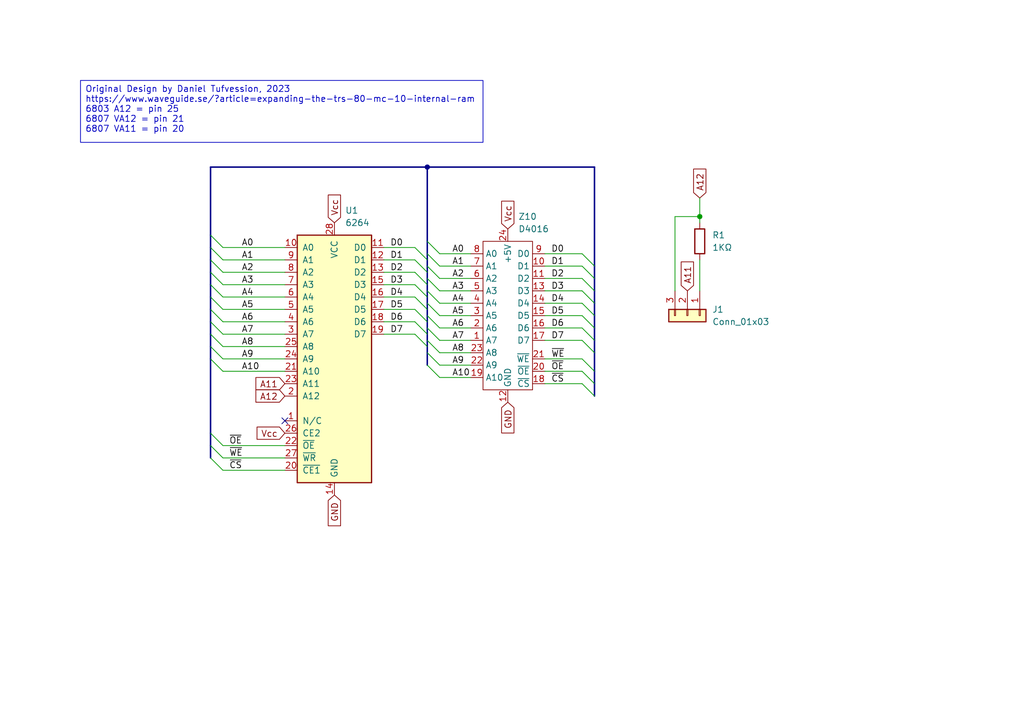
<source format=kicad_sch>
(kicad_sch (version 20250114) (generator "eeschema") (generator_version "9.0")
  (paper "A5")
  (title_block (title "Matra Alice Internal 8KB RAM Expansion") (date "28-Apr-2025") (rev "B") (company "https://www.youtube.com/@Brfff") (comment 1 "Brett Hallen"))
  (lib_symbols
    (symbol "8bits:6264" (pin_names (offset 1.016))
      (property "Reference" "U" (at 6.35 26.67 0))
      (property "Value" "6264" (at 5.08 -26.67 0))
      (symbol "6264_1_1"
        (rectangle (start -7.62 25.4) (end 7.62 -25.4) (stroke (width 0.254)) (fill (type background)))
        (pin input line (at -10.16 22.86 0) (length 2.54) (name "A0") (number "10"))
        (pin input line (at -10.16 20.32 0) (length 2.54) (name "A1") (number "9"))
        (pin input line (at -10.16 17.78 0) (length 2.54) (name "A2") (number "8"))
        (pin input line (at -10.16 15.24 0) (length 2.54) (name "A3") (number "7"))
        (pin input line (at -10.16 12.7 0) (length 2.54) (name "A4") (number "6"))
        (pin input line (at -10.16 10.16 0) (length 2.54) (name "A5") (number "5"))
        (pin input line (at -10.16 7.62 0) (length 2.54) (name "A6") (number "4"))
        (pin input line (at -10.16 5.08 0) (length 2.54) (name "A7") (number "3"))
        (pin input line (at -10.16 2.54 0) (length 2.54) (name "A8") (number "25"))
        (pin input line (at -10.16 0 0) (length 2.54) (name "A9") (number "24"))
        (pin input line (at -10.16 -2.54 0) (length 2.54) (name "A10") (number "21"))
        (pin input line (at -10.16 -5.08 0) (length 2.54) (name "A11") (number "23"))
        (pin input line (at -10.16 -7.62 0) (length 2.54) (name "A12") (number "2"))
        (pin unspecified line (at -10.16 -12.7 0) (length 2.54) (name "N/C") (number "1"))
        (pin input line (at -10.16 -15.24 0) (length 2.54) (name "CE2") (number "26"))
        (pin input line (at -10.16 -17.78 0) (length 2.54) (name "~{OE}") (number "22"))
        (pin input line (at -10.16 -20.32 0) (length 2.54) (name "~{WR}") (number "27"))
        (pin input line (at -10.16 -22.86 0) (length 2.54) (name "~{CE1}") (number "20"))
        (pin power_in line (at 0 27.94 270) (length 2.54) (name "VCC") (number "28"))
        (pin power_in line (at 0 -27.94 90) (length 2.54) (name "GND") (number "14"))
        (pin tri_state line (at 10.16 22.86 180) (length 2.54) (name "D0") (number "11"))
        (pin tri_state line (at 10.16 20.32 180) (length 2.54) (name "D1") (number "12"))
        (pin tri_state line (at 10.16 17.78 180) (length 2.54) (name "D2") (number "13"))
        (pin tri_state line (at 10.16 15.24 180) (length 2.54) (name "D3") (number "15"))
        (pin tri_state line (at 10.16 12.7 180) (length 2.54) (name "D4") (number "16"))
        (pin tri_state line (at 10.16 10.16 180) (length 2.54) (name "D5") (number "17"))
        (pin tri_state line (at 10.16 7.62 180) (length 2.54) (name "D6") (number "18"))
        (pin tri_state line (at 10.16 5.08 180) (length 2.54) (name "D7") (number "19"))
      )
    )
    (symbol "Clueless_Engineer:D4016_SRAM"
      (property "Reference" "U" (at 1.778 14.224 0))
      (property "Value" "D4016" (at 4.318 11.938 0))
      (symbol "D4016_SRAM_0_1"
        (rectangle (start -5.08 10.16) (end 5.08 -20.32))
      )
      (symbol "D4016_SRAM_1_1"
        (pin input line (at -7.62 7.62 0) (length 2.54) (name "A0") (number "8"))
        (pin input line (at -7.62 5.08 0) (length 2.54) (name "A1") (number "7"))
        (pin input line (at -7.62 2.54 0) (length 2.54) (name "A2") (number "6"))
        (pin input line (at -7.62 0 0) (length 2.54) (name "A3") (number "5"))
        (pin input line (at -7.62 -2.54 0) (length 2.54) (name "A4") (number "4"))
        (pin input line (at -7.62 -5.08 0) (length 2.54) (name "A5") (number "3"))
        (pin input line (at -7.62 -7.62 0) (length 2.54) (name "A6") (number "2"))
        (pin input line (at -7.62 -10.16 0) (length 2.54) (name "A7") (number "1"))
        (pin input line (at -7.62 -12.7 0) (length 2.54) (name "A8") (number "23"))
        (pin input line (at -7.62 -15.24 0) (length 2.54) (name "A9") (number "22"))
        (pin input line (at -7.62 -17.78 0) (length 2.54) (name "A10") (number "19"))
        (pin power_in line (at 0 12.7 270) (length 2.54) (name "+5V") (number "24"))
        (pin power_in line (at 0 -22.86 90) (length 2.54) (name "GND") (number "12"))
        (pin bidirectional line (at 7.62 7.62 180) (length 2.54) (name "D0") (number "9"))
        (pin bidirectional line (at 7.62 5.08 180) (length 2.54) (name "D1") (number "10"))
        (pin bidirectional line (at 7.62 2.54 180) (length 2.54) (name "D2") (number "11"))
        (pin bidirectional line (at 7.62 0 180) (length 2.54) (name "D3") (number "13"))
        (pin bidirectional line (at 7.62 -2.54 180) (length 2.54) (name "D4") (number "14"))
        (pin bidirectional line (at 7.62 -5.08 180) (length 2.54) (name "D5") (number "15"))
        (pin bidirectional line (at 7.62 -7.62 180) (length 2.54) (name "D6") (number "16"))
        (pin bidirectional line (at 7.62 -10.16 180) (length 2.54) (name "D7") (number "17"))
        (pin input line (at 7.62 -13.97 180) (length 2.54) (name "~{WE}") (number "21"))
        (pin input line (at 7.62 -16.51 180) (length 2.54) (name "~{OE}") (number "20"))
        (pin input line (at 7.62 -19.05 180) (length 2.54) (name "~{CS}") (number "18"))
      )
    )
    (symbol "Connector_Generic:Conn_01x03" (pin_names (offset 1.016) (hide yes))
      (property "Reference" "J1" (at -1.2701 5.08 90))
      (property "Value" "Conn_01x03" (at 1.2699 5.08 90))
      (symbol "Conn_01x03_1_1"
        (rectangle (start -1.27 3.81) (end 1.27 -3.81) (stroke (width 0.254)) (fill (type background)))
        (rectangle (start -1.27 2.667) (end 0 2.413) (stroke (width 0.1524)))
        (rectangle (start -1.27 0.127) (end 0 -0.127) (stroke (width 0.1524)))
        (rectangle (start -1.27 -2.413) (end 0 -2.667) (stroke (width 0.1524)))
        (pin passive line (at -5.08 2.54 0) (length 3.81) (name "6803_p25") (number "1"))
        (pin passive line (at -5.08 0 0) (length 3.81) (name "6847_p21") (number "2"))
        (pin passive line (at -5.08 -2.54 0) (length 3.81) (name "6847_p20") (number "3"))
      )
    )
    (symbol "Device:R" (pin_numbers (hide yes)) (pin_names (offset 0))
      (property "Reference" "R" (at 2.032 0 90))
      (property "Value" "R" (at 0 0 90))
      (symbol "R_0_1"
        (rectangle (start -1.016 -2.54) (end 1.016 2.54) (stroke (width 0.254)))
      )
      (symbol "R_1_1"
        (pin passive line (at 0 3.81 270) (length 1.27) (name "~") (number "1"))
        (pin passive line (at 0 -3.81 90) (length 1.27) (name "~") (number "2"))
      )
    )
  )
  (text_box "Original Design by Daniel Tufvession, 2023\nhttps://www.waveguide.se/?article=expanding-the-trs-80-mc-10-internal-ram\n6803 A12 = pin 25\n6807 VA12 = pin 21\n6807 VA11 = pin 20\n" (at 16.51 16.51 0) (size 82.55 12.7) (margins 0.9525 0.9525 0.9525 0.9525) (effects (font (size 1.27 1.27)) (justify left top)))
  (junction (at 143.51 44.45))
  (junction (at 87.63 34.29))
  (no_connect (at 58.42 86.36))
  (bus_entry (at 121.92 69.85) (size -2.54 -2.54))
  (bus_entry (at 87.63 59.69) (size 2.54 2.54))
  (bus_entry (at 87.63 68.58) (size -2.54 -2.54))
  (bus_entry (at 121.92 57.15) (size -2.54 -2.54))
  (bus_entry (at 43.18 88.9) (size 2.54 2.54))
  (bus_entry (at 43.18 48.26) (size 2.54 2.54))
  (bus_entry (at 87.63 54.61) (size 2.54 2.54))
  (bus_entry (at 87.63 69.85) (size 2.54 2.54))
  (bus_entry (at 121.92 76.2) (size -2.54 -2.54))
  (bus_entry (at 87.63 49.53) (size 2.54 2.54))
  (bus_entry (at 121.92 67.31) (size -2.54 -2.54))
  (bus_entry (at 121.92 81.28) (size -2.54 -2.54))
  (bus_entry (at 87.63 74.93) (size 2.54 2.54))
  (bus_entry (at 121.92 78.74) (size -2.54 -2.54))
  (bus_entry (at 87.63 52.07) (size 2.54 2.54))
  (bus_entry (at 87.63 63.5) (size -2.54 -2.54))
  (bus_entry (at 43.18 93.98) (size 2.54 2.54))
  (bus_entry (at 43.18 73.66) (size 2.54 2.54))
  (bus_entry (at 87.63 57.15) (size 2.54 2.54))
  (bus_entry (at 87.63 72.39) (size 2.54 2.54))
  (bus_entry (at 43.18 68.58) (size 2.54 2.54))
  (bus_entry (at 43.18 60.96) (size 2.54 2.54))
  (bus_entry (at 87.63 58.42) (size -2.54 -2.54))
  (bus_entry (at 87.63 62.23) (size 2.54 2.54))
  (bus_entry (at 121.92 54.61) (size -2.54 -2.54))
  (bus_entry (at 121.92 72.39) (size -2.54 -2.54))
  (bus_entry (at 121.92 62.23) (size -2.54 -2.54))
  (bus_entry (at 87.63 64.77) (size 2.54 2.54))
  (bus_entry (at 43.18 53.34) (size 2.54 2.54))
  (bus_entry (at 43.18 50.8) (size 2.54 2.54))
  (bus_entry (at 43.18 63.5) (size 2.54 2.54))
  (bus_entry (at 87.63 53.34) (size -2.54 -2.54))
  (bus_entry (at 87.63 66.04) (size -2.54 -2.54))
  (bus_entry (at 43.18 66.04) (size 2.54 2.54))
  (bus_entry (at 43.18 55.88) (size 2.54 2.54))
  (bus_entry (at 87.63 55.88) (size -2.54 -2.54))
  (bus_entry (at 121.92 59.69) (size -2.54 -2.54))
  (bus_entry (at 43.18 71.12) (size 2.54 2.54))
  (bus_entry (at 87.63 71.12) (size -2.54 -2.54))
  (bus_entry (at 87.63 60.96) (size -2.54 -2.54))
  (bus_entry (at 43.18 91.44) (size 2.54 2.54))
  (bus_entry (at 43.18 58.42) (size 2.54 2.54))
  (bus_entry (at 121.92 64.77) (size -2.54 -2.54))
  (bus_entry (at 87.63 67.31) (size 2.54 2.54))
  (wire (pts (xy 138.43 44.45) (xy 143.51 44.45)))
  (wire (pts (xy 90.17 59.69) (xy 96.52 59.69)))
  (wire (pts (xy 90.17 64.77) (xy 96.52 64.77)))
  (wire (pts (xy 90.17 62.23) (xy 96.52 62.23)))
  (wire (pts (xy 111.76 52.07) (xy 119.38 52.07)))
  (wire (pts (xy 90.17 52.07) (xy 96.52 52.07)))
  (wire (pts (xy 45.72 71.12) (xy 58.42 71.12)))
  (bus (pts (xy 43.18 53.34) (xy 43.18 50.8)))
  (wire (pts (xy 45.72 93.98) (xy 58.42 93.98)))
  (bus (pts (xy 87.63 54.61) (xy 87.63 55.88)))
  (wire (pts (xy 45.72 63.5) (xy 58.42 63.5)))
  (wire (pts (xy 111.76 59.69) (xy 119.38 59.69)))
  (wire (pts (xy 45.72 58.42) (xy 58.42 58.42)))
  (bus (pts (xy 87.63 60.96) (xy 87.63 62.23)))
  (wire (pts (xy 45.72 91.44) (xy 58.42 91.44)))
  (wire (pts (xy 90.17 74.93) (xy 96.52 74.93)))
  (bus (pts (xy 87.63 34.29) (xy 87.63 49.53)))
  (wire (pts (xy 90.17 57.15) (xy 96.52 57.15)))
  (bus (pts (xy 121.92 64.77) (xy 121.92 67.31)))
  (wire (pts (xy 78.74 66.04) (xy 85.09 66.04)))
  (wire (pts (xy 143.51 53.34) (xy 143.51 59.69)))
  (bus (pts (xy 43.18 91.44) (xy 43.18 88.9)))
  (wire (pts (xy 143.51 44.45) (xy 143.51 45.72)))
  (wire (pts (xy 78.74 53.34) (xy 85.09 53.34)))
  (wire (pts (xy 111.76 57.15) (xy 119.38 57.15)))
  (bus (pts (xy 121.92 69.85) (xy 121.92 72.39)))
  (bus (pts (xy 121.92 59.69) (xy 121.92 62.23)))
  (wire (pts (xy 45.72 60.96) (xy 58.42 60.96)))
  (wire (pts (xy 143.51 40.64) (xy 143.51 44.45)))
  (bus (pts (xy 87.63 62.23) (xy 87.63 63.5)))
  (bus (pts (xy 43.18 48.26) (xy 43.18 34.29)))
  (bus (pts (xy 87.63 69.85) (xy 87.63 71.12)))
  (wire (pts (xy 111.76 64.77) (xy 119.38 64.77)))
  (bus (pts (xy 87.63 63.5) (xy 87.63 64.77)))
  (wire (pts (xy 111.76 67.31) (xy 119.38 67.31)))
  (bus (pts (xy 87.63 71.12) (xy 87.63 72.39)))
  (wire (pts (xy 45.72 66.04) (xy 58.42 66.04)))
  (wire (pts (xy 78.74 68.58) (xy 85.09 68.58)))
  (wire (pts (xy 78.74 50.8) (xy 85.09 50.8)))
  (bus (pts (xy 87.63 64.77) (xy 87.63 66.04)))
  (bus (pts (xy 43.18 68.58) (xy 43.18 66.04)))
  (wire (pts (xy 111.76 76.2) (xy 119.38 76.2)))
  (bus (pts (xy 87.63 59.69) (xy 87.63 60.96)))
  (wire (pts (xy 90.17 77.47) (xy 96.52 77.47)))
  (bus (pts (xy 87.63 68.58) (xy 87.63 69.85)))
  (wire (pts (xy 78.74 60.96) (xy 85.09 60.96)))
  (bus (pts (xy 43.18 50.8) (xy 43.18 48.26)))
  (bus (pts (xy 87.63 66.04) (xy 87.63 67.31)))
  (bus (pts (xy 121.92 72.39) (xy 121.92 76.2)))
  (wire (pts (xy 138.43 44.45) (xy 138.43 59.69)))
  (bus (pts (xy 121.92 34.29) (xy 121.92 54.61)))
  (wire (pts (xy 90.17 72.39) (xy 96.52 72.39)))
  (bus (pts (xy 43.18 71.12) (xy 43.18 68.58)))
  (wire (pts (xy 90.17 54.61) (xy 96.52 54.61)))
  (bus (pts (xy 87.63 34.29) (xy 121.92 34.29)))
  (wire (pts (xy 90.17 69.85) (xy 96.52 69.85)))
  (bus (pts (xy 43.18 63.5) (xy 43.18 60.96)))
  (bus (pts (xy 43.18 60.96) (xy 43.18 58.42)))
  (wire (pts (xy 45.72 55.88) (xy 58.42 55.88)))
  (bus (pts (xy 121.92 67.31) (xy 121.92 69.85)))
  (bus (pts (xy 43.18 58.42) (xy 43.18 55.88)))
  (wire (pts (xy 45.72 50.8) (xy 58.42 50.8)))
  (wire (pts (xy 45.72 76.2) (xy 58.42 76.2)))
  (wire (pts (xy 111.76 69.85) (xy 119.38 69.85)))
  (wire (pts (xy 111.76 54.61) (xy 119.38 54.61)))
  (bus (pts (xy 43.18 66.04) (xy 43.18 63.5)))
  (wire (pts (xy 45.72 96.52) (xy 58.42 96.52)))
  (wire (pts (xy 111.76 73.66) (xy 119.38 73.66)))
  (wire (pts (xy 111.76 78.74) (xy 119.38 78.74)))
  (wire (pts (xy 90.17 67.31) (xy 96.52 67.31)))
  (bus (pts (xy 43.18 55.88) (xy 43.18 53.34)))
  (wire (pts (xy 45.72 53.34) (xy 58.42 53.34)))
  (bus (pts (xy 87.63 67.31) (xy 87.63 68.58)))
  (bus (pts (xy 121.92 54.61) (xy 121.92 57.15)))
  (bus (pts (xy 43.18 34.29) (xy 87.63 34.29)))
  (wire (pts (xy 78.74 63.5) (xy 85.09 63.5)))
  (bus (pts (xy 87.63 55.88) (xy 87.63 57.15)))
  (bus (pts (xy 87.63 52.07) (xy 87.63 53.34)))
  (bus (pts (xy 87.63 49.53) (xy 87.63 52.07)))
  (wire (pts (xy 45.72 68.58) (xy 58.42 68.58)))
  (bus (pts (xy 121.92 76.2) (xy 121.92 78.74)))
  (bus (pts (xy 87.63 57.15) (xy 87.63 58.42)))
  (bus (pts (xy 121.92 78.74) (xy 121.92 81.28)))
  (bus (pts (xy 43.18 93.98) (xy 43.18 91.44)))
  (bus (pts (xy 87.63 72.39) (xy 87.63 74.93)))
  (wire (pts (xy 78.74 55.88) (xy 85.09 55.88)))
  (wire (pts (xy 78.74 58.42) (xy 85.09 58.42)))
  (bus (pts (xy 87.63 53.34) (xy 87.63 54.61)))
  (wire (pts (xy 45.72 73.66) (xy 58.42 73.66)))
  (bus (pts (xy 43.18 73.66) (xy 43.18 71.12)))
  (bus (pts (xy 87.63 58.42) (xy 87.63 59.69)))
  (bus (pts (xy 121.92 57.15) (xy 121.92 59.69)))
  (wire (pts (xy 111.76 62.23) (xy 119.38 62.23)))
  (bus (pts (xy 121.92 62.23) (xy 121.92 64.77)))
  (bus (pts (xy 43.18 73.66) (xy 43.18 88.9)))
  (label "A4" (at 49.53 60.96 0))
  (label "~{CS}" (at 113.03 78.74 0))
  (label "D1" (at 113.03 54.61 0))
  (label "A4" (at 92.71 62.23 0))
  (label "D2" (at 113.03 57.15 0))
  (label "A8" (at 49.53 71.12 0))
  (label "A3" (at 92.71 59.69 0))
  (label "~{OE}" (at 46.99 91.44 0))
  (label "A7" (at 92.71 69.85 0))
  (label "A2" (at 92.71 57.15 0))
  (label "A3" (at 49.53 58.42 0))
  (label "D2" (at 80.01 55.88 0))
  (label "A2" (at 49.53 55.88 0))
  (label "A1" (at 49.53 53.34 0))
  (label "D3" (at 80.01 58.42 0))
  (label "D7" (at 80.01 68.58 0))
  (label "A0" (at 49.53 50.8 0))
  (label "A9" (at 92.71 74.93 0))
  (label "A8" (at 92.71 72.39 0))
  (label "D3" (at 113.03 59.69 0))
  (label "A10" (at 49.53 76.2 0))
  (label "D6" (at 80.01 66.04 0))
  (label "~{WE}" (at 113.03 73.66 0))
  (label "~{OE}" (at 113.03 76.2 0))
  (label "D4" (at 80.01 60.96 0))
  (label "D1" (at 80.01 53.34 0))
  (label "A6" (at 49.53 66.04 0))
  (label "D0" (at 113.03 52.07 0))
  (label "D0" (at 80.01 50.8 0))
  (label "A6" (at 92.71 67.31 0))
  (label "A9" (at 49.53 73.66 0))
  (label "A7" (at 49.53 68.58 0))
  (label "A10" (at 92.71 77.47 0))
  (label "~{WE}" (at 46.99 93.98 0))
  (label "A0" (at 92.71 52.07 0))
  (label "D5" (at 113.03 64.77 0))
  (label "D6" (at 113.03 67.31 0))
  (label "A5" (at 92.71 64.77 0))
  (label "A1" (at 92.71 54.61 0))
  (label "A5" (at 49.53 63.5 0))
  (label "D7" (at 113.03 69.85 0))
  (label "~{CS}" (at 46.99 96.52 0))
  (label "D5" (at 80.01 63.5 0))
  (label "D4" (at 113.03 62.23 0))
  (global_label "GND" (shape input) (at 104.14 82.55 270) (property "Intersheetrefs" "${INTERSHEET_REFS}" (effects (hide yes))))
  (global_label "Vcc" (shape input) (at 104.14 46.99 90) (property "Intersheetrefs" "${INTERSHEET_REFS}" (effects (hide yes))))
  (global_label "Vcc" (shape input) (at 58.42 88.9 180) (property "Intersheetrefs" "${INTERSHEET_REFS}" (effects (hide yes))))
  (global_label "GND" (shape input) (at 68.58 101.6 270) (property "Intersheetrefs" "${INTERSHEET_REFS}" (effects (hide yes))))
  (global_label "A12" (shape input) (at 58.42 81.28 180) (property "Intersheetrefs" "${INTERSHEET_REFS}" (effects (hide yes))))
  (global_label "Vcc" (shape input) (at 68.58 45.72 90) (property "Intersheetrefs" "${INTERSHEET_REFS}" (effects (hide yes))))
  (global_label "A11" (shape input) (at 58.42 78.74 180) (property "Intersheetrefs" "${INTERSHEET_REFS}" (effects (hide yes))))
  (global_label "A12" (shape input) (at 143.51 40.64 90) (property "Intersheetrefs" "${INTERSHEET_REFS}" (effects (hide yes))))
  (global_label "A11" (shape input) (at 140.97 59.69 90) (property "Intersheetrefs" "${INTERSHEET_REFS}" (effects (hide yes))))
  (symbol (lib_id "8bits:6264") (at 68.58 73.66 0) (unit 1)
    (property "Reference" "U1" (at 70.7741 43.18 0) (effects (justify left)))
    (property "Value" "6264" (at 70.7741 45.72 0) (effects (justify left)))
    (property "Footprint" "Package_DIP:DIP-28_W15.24mm" (effects (hide yes)))
  )
  (symbol (lib_id "Device:R") (at 143.51 49.53 0) (unit 1)
    (property "Reference" "R1" (at 146.05 48.2599 0) (effects (justify left)))
    (property "Value" "1KΩ" (at 146.05 50.7999 0) (effects (justify left)))
    (property "Footprint" "Resistor_THT:R_Axial_DIN0207_L6.3mm_D2.5mm_P7.62mm_Horizontal" (effects (hide yes)))
    (property "Description" "Resistor" (effects (hide yes)))
  )
  (symbol (lib_id "Connector_Generic:Conn_01x03") (at 140.97 64.77 270) (unit 1)
    (property "Reference" "J1" (at 146.05 63.4999 90) (effects (justify left)))
    (property "Value" "Conn_01x03" (at 146.05 66.0399 90) (effects (justify left)))
    (property "Footprint" "Connector_PinHeader_2.54mm:PinHeader_1x03_P2.54mm_Horizontal" (effects (hide yes)))
    (property "Description" "Generic connector, single row, 01x03, script generated (kicad-library-utils/schlib/autogen/connector/)" (effects (hide yes)))
  )
  (symbol (lib_id "Clueless_Engineer:D4016_SRAM") (at 104.14 59.69 0) (unit 1)
    (property "Reference" "Z10" (at 106.2833 44.45 0) (effects (justify left)))
    (property "Value" "D4016" (at 106.2833 46.99 0) (effects (justify left)))
    (property "Footprint" "Package_DIP:DIP-24_W15.24mm" (effects (hide yes)))
  )
)
</source>
